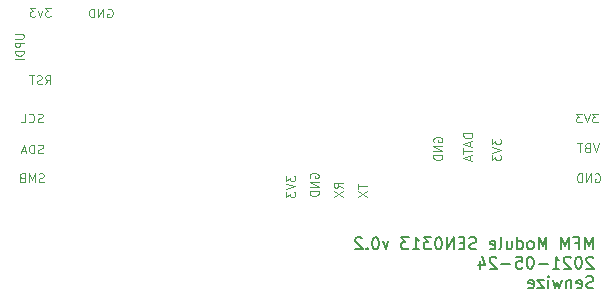
<source format=gbr>
%TF.GenerationSoftware,KiCad,Pcbnew,(5.1.9-0-10_14)*%
%TF.CreationDate,2021-05-24T21:49:32+02:00*%
%TF.ProjectId,MFM-Module-SEN0313,4d464d2d-4d6f-4647-956c-652d53454e30,rev?*%
%TF.SameCoordinates,PX82714f8PY6141b48*%
%TF.FileFunction,Legend,Bot*%
%TF.FilePolarity,Positive*%
%FSLAX46Y46*%
G04 Gerber Fmt 4.6, Leading zero omitted, Abs format (unit mm)*
G04 Created by KiCad (PCBNEW (5.1.9-0-10_14)) date 2021-05-24 21:49:32*
%MOMM*%
%LPD*%
G01*
G04 APERTURE LIST*
%ADD10C,0.100000*%
%ADD11C,0.150000*%
G04 APERTURE END LIST*
D10*
X40546785Y13332286D02*
X40546785Y12868000D01*
X40832500Y13118000D01*
X40832500Y13010858D01*
X40868214Y12939429D01*
X40903928Y12903715D01*
X40975357Y12868000D01*
X41153928Y12868000D01*
X41225357Y12903715D01*
X41261071Y12939429D01*
X41296785Y13010858D01*
X41296785Y13225143D01*
X41261071Y13296572D01*
X41225357Y13332286D01*
X40546785Y12653715D02*
X41296785Y12403715D01*
X40546785Y12153715D01*
X40546785Y11975143D02*
X40546785Y11510858D01*
X40832500Y11760858D01*
X40832500Y11653715D01*
X40868214Y11582286D01*
X40903928Y11546572D01*
X40975357Y11510858D01*
X41153928Y11510858D01*
X41225357Y11546572D01*
X41261071Y11582286D01*
X41296785Y11653715D01*
X41296785Y11868000D01*
X41261071Y11939429D01*
X41225357Y11975143D01*
X38883785Y13796572D02*
X38133785Y13796572D01*
X38133785Y13618000D01*
X38169500Y13510858D01*
X38240928Y13439429D01*
X38312357Y13403715D01*
X38455214Y13368000D01*
X38562357Y13368000D01*
X38705214Y13403715D01*
X38776642Y13439429D01*
X38848071Y13510858D01*
X38883785Y13618000D01*
X38883785Y13796572D01*
X38669500Y13082286D02*
X38669500Y12725143D01*
X38883785Y13153715D02*
X38133785Y12903715D01*
X38883785Y12653715D01*
X38133785Y12510858D02*
X38133785Y12082286D01*
X38883785Y12296572D02*
X38133785Y12296572D01*
X38669500Y11868000D02*
X38669500Y11510858D01*
X38883785Y11939429D02*
X38133785Y11689429D01*
X38883785Y11439429D01*
X35629500Y13082286D02*
X35593785Y13153715D01*
X35593785Y13260858D01*
X35629500Y13368000D01*
X35700928Y13439429D01*
X35772357Y13475143D01*
X35915214Y13510858D01*
X36022357Y13510858D01*
X36165214Y13475143D01*
X36236642Y13439429D01*
X36308071Y13368000D01*
X36343785Y13260858D01*
X36343785Y13189429D01*
X36308071Y13082286D01*
X36272357Y13046572D01*
X36022357Y13046572D01*
X36022357Y13189429D01*
X36343785Y12725143D02*
X35593785Y12725143D01*
X36343785Y12296572D01*
X35593785Y12296572D01*
X36343785Y11939429D02*
X35593785Y11939429D01*
X35593785Y11760858D01*
X35629500Y11653715D01*
X35700928Y11582286D01*
X35772357Y11546572D01*
X35915214Y11510858D01*
X36022357Y11510858D01*
X36165214Y11546572D01*
X36236642Y11582286D01*
X36308071Y11653715D01*
X36343785Y11760858D01*
X36343785Y11939429D01*
X29180285Y9534286D02*
X29180285Y9105715D01*
X29930285Y9320000D02*
X29180285Y9320000D01*
X29180285Y8927143D02*
X29930285Y8427143D01*
X29180285Y8427143D02*
X29930285Y8927143D01*
X27898285Y9177143D02*
X27541142Y9427143D01*
X27898285Y9605715D02*
X27148285Y9605715D01*
X27148285Y9320000D01*
X27184000Y9248572D01*
X27219714Y9212858D01*
X27291142Y9177143D01*
X27398285Y9177143D01*
X27469714Y9212858D01*
X27505428Y9248572D01*
X27541142Y9320000D01*
X27541142Y9605715D01*
X27148285Y8927143D02*
X27898285Y8427143D01*
X27148285Y8427143D02*
X27898285Y8927143D01*
X25152000Y10034286D02*
X25116285Y10105715D01*
X25116285Y10212858D01*
X25152000Y10320000D01*
X25223428Y10391429D01*
X25294857Y10427143D01*
X25437714Y10462858D01*
X25544857Y10462858D01*
X25687714Y10427143D01*
X25759142Y10391429D01*
X25830571Y10320000D01*
X25866285Y10212858D01*
X25866285Y10141429D01*
X25830571Y10034286D01*
X25794857Y9998572D01*
X25544857Y9998572D01*
X25544857Y10141429D01*
X25866285Y9677143D02*
X25116285Y9677143D01*
X25866285Y9248572D01*
X25116285Y9248572D01*
X25866285Y8891429D02*
X25116285Y8891429D01*
X25116285Y8712858D01*
X25152000Y8605715D01*
X25223428Y8534286D01*
X25294857Y8498572D01*
X25437714Y8462858D01*
X25544857Y8462858D01*
X25687714Y8498572D01*
X25759142Y8534286D01*
X25830571Y8605715D01*
X25866285Y8712858D01*
X25866285Y8891429D01*
X23147785Y10220786D02*
X23147785Y9756500D01*
X23433500Y10006500D01*
X23433500Y9899358D01*
X23469214Y9827929D01*
X23504928Y9792215D01*
X23576357Y9756500D01*
X23754928Y9756500D01*
X23826357Y9792215D01*
X23862071Y9827929D01*
X23897785Y9899358D01*
X23897785Y10113643D01*
X23862071Y10185072D01*
X23826357Y10220786D01*
X23147785Y9542215D02*
X23897785Y9292215D01*
X23147785Y9042215D01*
X23147785Y8863643D02*
X23147785Y8399358D01*
X23433500Y8649358D01*
X23433500Y8542215D01*
X23469214Y8470786D01*
X23504928Y8435072D01*
X23576357Y8399358D01*
X23754928Y8399358D01*
X23826357Y8435072D01*
X23862071Y8470786D01*
X23897785Y8542215D01*
X23897785Y8756500D01*
X23862071Y8827929D01*
X23826357Y8863643D01*
X188166Y22212167D02*
X754833Y22212167D01*
X821500Y22178834D01*
X854833Y22145500D01*
X888166Y22078834D01*
X888166Y21945500D01*
X854833Y21878834D01*
X821500Y21845500D01*
X754833Y21812167D01*
X188166Y21812167D01*
X888166Y21478834D02*
X188166Y21478834D01*
X188166Y21212167D01*
X221500Y21145500D01*
X254833Y21112167D01*
X321500Y21078834D01*
X421500Y21078834D01*
X488166Y21112167D01*
X521500Y21145500D01*
X554833Y21212167D01*
X554833Y21478834D01*
X888166Y20778834D02*
X188166Y20778834D01*
X188166Y20612167D01*
X221500Y20512167D01*
X288166Y20445500D01*
X354833Y20412167D01*
X488166Y20378834D01*
X588166Y20378834D01*
X721500Y20412167D01*
X788166Y20445500D01*
X854833Y20512167D01*
X888166Y20612167D01*
X888166Y20778834D01*
X888166Y20078834D02*
X188166Y20078834D01*
X2731714Y17941715D02*
X2981714Y18298858D01*
X3160285Y17941715D02*
X3160285Y18691715D01*
X2874571Y18691715D01*
X2803142Y18656000D01*
X2767428Y18620286D01*
X2731714Y18548858D01*
X2731714Y18441715D01*
X2767428Y18370286D01*
X2803142Y18334572D01*
X2874571Y18298858D01*
X3160285Y18298858D01*
X2446000Y17977429D02*
X2338857Y17941715D01*
X2160285Y17941715D01*
X2088857Y17977429D01*
X2053142Y18013143D01*
X2017428Y18084572D01*
X2017428Y18156000D01*
X2053142Y18227429D01*
X2088857Y18263143D01*
X2160285Y18298858D01*
X2303142Y18334572D01*
X2374571Y18370286D01*
X2410285Y18406000D01*
X2446000Y18477429D01*
X2446000Y18548858D01*
X2410285Y18620286D01*
X2374571Y18656000D01*
X2303142Y18691715D01*
X2124571Y18691715D01*
X2017428Y18656000D01*
X1803142Y18691715D02*
X1374571Y18691715D01*
X1588857Y17941715D02*
X1588857Y18691715D01*
X8000928Y24314500D02*
X8072357Y24350215D01*
X8179500Y24350215D01*
X8286642Y24314500D01*
X8358071Y24243072D01*
X8393785Y24171643D01*
X8429500Y24028786D01*
X8429500Y23921643D01*
X8393785Y23778786D01*
X8358071Y23707358D01*
X8286642Y23635929D01*
X8179500Y23600215D01*
X8108071Y23600215D01*
X8000928Y23635929D01*
X7965214Y23671643D01*
X7965214Y23921643D01*
X8108071Y23921643D01*
X7643785Y23600215D02*
X7643785Y24350215D01*
X7215214Y23600215D01*
X7215214Y24350215D01*
X6858071Y23600215D02*
X6858071Y24350215D01*
X6679500Y24350215D01*
X6572357Y24314500D01*
X6500928Y24243072D01*
X6465214Y24171643D01*
X6429500Y24028786D01*
X6429500Y23921643D01*
X6465214Y23778786D01*
X6500928Y23707358D01*
X6572357Y23635929D01*
X6679500Y23600215D01*
X6858071Y23600215D01*
X3178857Y24413715D02*
X2714571Y24413715D01*
X2964571Y24128000D01*
X2857428Y24128000D01*
X2786000Y24092286D01*
X2750285Y24056572D01*
X2714571Y23985143D01*
X2714571Y23806572D01*
X2750285Y23735143D01*
X2786000Y23699429D01*
X2857428Y23663715D01*
X3071714Y23663715D01*
X3143142Y23699429D01*
X3178857Y23735143D01*
X2464571Y24163715D02*
X2286000Y23663715D01*
X2107428Y24163715D01*
X1893142Y24413715D02*
X1428857Y24413715D01*
X1678857Y24128000D01*
X1571714Y24128000D01*
X1500285Y24092286D01*
X1464571Y24056572D01*
X1428857Y23985143D01*
X1428857Y23806572D01*
X1464571Y23735143D01*
X1500285Y23699429D01*
X1571714Y23663715D01*
X1786000Y23663715D01*
X1857428Y23699429D01*
X1893142Y23735143D01*
X49499571Y15460215D02*
X49035285Y15460215D01*
X49285285Y15174500D01*
X49178142Y15174500D01*
X49106714Y15138786D01*
X49071000Y15103072D01*
X49035285Y15031643D01*
X49035285Y14853072D01*
X49071000Y14781643D01*
X49106714Y14745929D01*
X49178142Y14710215D01*
X49392428Y14710215D01*
X49463857Y14745929D01*
X49499571Y14781643D01*
X48821000Y15460215D02*
X48571000Y14710215D01*
X48321000Y15460215D01*
X48142428Y15460215D02*
X47678142Y15460215D01*
X47928142Y15174500D01*
X47821000Y15174500D01*
X47749571Y15138786D01*
X47713857Y15103072D01*
X47678142Y15031643D01*
X47678142Y14853072D01*
X47713857Y14781643D01*
X47749571Y14745929D01*
X47821000Y14710215D01*
X48035285Y14710215D01*
X48106714Y14745929D01*
X48142428Y14781643D01*
X49581714Y12941715D02*
X49331714Y12191715D01*
X49081714Y12941715D01*
X48581714Y12584572D02*
X48474571Y12548858D01*
X48438857Y12513143D01*
X48403142Y12441715D01*
X48403142Y12334572D01*
X48438857Y12263143D01*
X48474571Y12227429D01*
X48546000Y12191715D01*
X48831714Y12191715D01*
X48831714Y12941715D01*
X48581714Y12941715D01*
X48510285Y12906000D01*
X48474571Y12870286D01*
X48438857Y12798858D01*
X48438857Y12727429D01*
X48474571Y12656000D01*
X48510285Y12620286D01*
X48581714Y12584572D01*
X48831714Y12584572D01*
X48188857Y12941715D02*
X47760285Y12941715D01*
X47974571Y12191715D02*
X47974571Y12941715D01*
X49292428Y10356000D02*
X49363857Y10391715D01*
X49471000Y10391715D01*
X49578142Y10356000D01*
X49649571Y10284572D01*
X49685285Y10213143D01*
X49721000Y10070286D01*
X49721000Y9963143D01*
X49685285Y9820286D01*
X49649571Y9748858D01*
X49578142Y9677429D01*
X49471000Y9641715D01*
X49399571Y9641715D01*
X49292428Y9677429D01*
X49256714Y9713143D01*
X49256714Y9963143D01*
X49399571Y9963143D01*
X48935285Y9641715D02*
X48935285Y10391715D01*
X48506714Y9641715D01*
X48506714Y10391715D01*
X48149571Y9641715D02*
X48149571Y10391715D01*
X47971000Y10391715D01*
X47863857Y10356000D01*
X47792428Y10284572D01*
X47756714Y10213143D01*
X47721000Y10070286D01*
X47721000Y9963143D01*
X47756714Y9820286D01*
X47792428Y9748858D01*
X47863857Y9677429D01*
X47971000Y9641715D01*
X48149571Y9641715D01*
X2513857Y14745929D02*
X2406714Y14710215D01*
X2228142Y14710215D01*
X2156714Y14745929D01*
X2121000Y14781643D01*
X2085285Y14853072D01*
X2085285Y14924500D01*
X2121000Y14995929D01*
X2156714Y15031643D01*
X2228142Y15067358D01*
X2371000Y15103072D01*
X2442428Y15138786D01*
X2478142Y15174500D01*
X2513857Y15245929D01*
X2513857Y15317358D01*
X2478142Y15388786D01*
X2442428Y15424500D01*
X2371000Y15460215D01*
X2192428Y15460215D01*
X2085285Y15424500D01*
X1335285Y14781643D02*
X1371000Y14745929D01*
X1478142Y14710215D01*
X1549571Y14710215D01*
X1656714Y14745929D01*
X1728142Y14817358D01*
X1763857Y14888786D01*
X1799571Y15031643D01*
X1799571Y15138786D01*
X1763857Y15281643D01*
X1728142Y15353072D01*
X1656714Y15424500D01*
X1549571Y15460215D01*
X1478142Y15460215D01*
X1371000Y15424500D01*
X1335285Y15388786D01*
X656714Y14710215D02*
X1013857Y14710215D01*
X1013857Y15460215D01*
X2531714Y12127429D02*
X2424571Y12091715D01*
X2246000Y12091715D01*
X2174571Y12127429D01*
X2138857Y12163143D01*
X2103142Y12234572D01*
X2103142Y12306000D01*
X2138857Y12377429D01*
X2174571Y12413143D01*
X2246000Y12448858D01*
X2388857Y12484572D01*
X2460285Y12520286D01*
X2496000Y12556000D01*
X2531714Y12627429D01*
X2531714Y12698858D01*
X2496000Y12770286D01*
X2460285Y12806000D01*
X2388857Y12841715D01*
X2210285Y12841715D01*
X2103142Y12806000D01*
X1781714Y12091715D02*
X1781714Y12841715D01*
X1603142Y12841715D01*
X1496000Y12806000D01*
X1424571Y12734572D01*
X1388857Y12663143D01*
X1353142Y12520286D01*
X1353142Y12413143D01*
X1388857Y12270286D01*
X1424571Y12198858D01*
X1496000Y12127429D01*
X1603142Y12091715D01*
X1781714Y12091715D01*
X1067428Y12306000D02*
X710285Y12306000D01*
X1138857Y12091715D02*
X888857Y12841715D01*
X638857Y12091715D01*
X2588857Y9677429D02*
X2481714Y9641715D01*
X2303142Y9641715D01*
X2231714Y9677429D01*
X2196000Y9713143D01*
X2160285Y9784572D01*
X2160285Y9856000D01*
X2196000Y9927429D01*
X2231714Y9963143D01*
X2303142Y9998858D01*
X2446000Y10034572D01*
X2517428Y10070286D01*
X2553142Y10106000D01*
X2588857Y10177429D01*
X2588857Y10248858D01*
X2553142Y10320286D01*
X2517428Y10356000D01*
X2446000Y10391715D01*
X2267428Y10391715D01*
X2160285Y10356000D01*
X1838857Y9641715D02*
X1838857Y10391715D01*
X1588857Y9856000D01*
X1338857Y10391715D01*
X1338857Y9641715D01*
X731714Y10034572D02*
X624571Y9998858D01*
X588857Y9963143D01*
X553142Y9891715D01*
X553142Y9784572D01*
X588857Y9713143D01*
X624571Y9677429D01*
X696000Y9641715D01*
X981714Y9641715D01*
X981714Y10391715D01*
X731714Y10391715D01*
X660285Y10356000D01*
X624571Y10320286D01*
X588857Y10248858D01*
X588857Y10177429D01*
X624571Y10106000D01*
X660285Y10070286D01*
X731714Y10034572D01*
X981714Y10034572D01*
D11*
X49067404Y3991620D02*
X49067404Y4991620D01*
X48734071Y4277334D01*
X48400738Y4991620D01*
X48400738Y3991620D01*
X47591214Y4515429D02*
X47924547Y4515429D01*
X47924547Y3991620D02*
X47924547Y4991620D01*
X47448357Y4991620D01*
X47067404Y3991620D02*
X47067404Y4991620D01*
X46734071Y4277334D01*
X46400738Y4991620D01*
X46400738Y3991620D01*
X45162642Y3991620D02*
X45162642Y4991620D01*
X44829309Y4277334D01*
X44495976Y4991620D01*
X44495976Y3991620D01*
X43876928Y3991620D02*
X43972166Y4039239D01*
X44019785Y4086858D01*
X44067404Y4182096D01*
X44067404Y4467810D01*
X44019785Y4563048D01*
X43972166Y4610667D01*
X43876928Y4658286D01*
X43734071Y4658286D01*
X43638833Y4610667D01*
X43591214Y4563048D01*
X43543595Y4467810D01*
X43543595Y4182096D01*
X43591214Y4086858D01*
X43638833Y4039239D01*
X43734071Y3991620D01*
X43876928Y3991620D01*
X42686452Y3991620D02*
X42686452Y4991620D01*
X42686452Y4039239D02*
X42781690Y3991620D01*
X42972166Y3991620D01*
X43067404Y4039239D01*
X43115023Y4086858D01*
X43162642Y4182096D01*
X43162642Y4467810D01*
X43115023Y4563048D01*
X43067404Y4610667D01*
X42972166Y4658286D01*
X42781690Y4658286D01*
X42686452Y4610667D01*
X41781690Y4658286D02*
X41781690Y3991620D01*
X42210261Y4658286D02*
X42210261Y4134477D01*
X42162642Y4039239D01*
X42067404Y3991620D01*
X41924547Y3991620D01*
X41829309Y4039239D01*
X41781690Y4086858D01*
X41162642Y3991620D02*
X41257880Y4039239D01*
X41305500Y4134477D01*
X41305500Y4991620D01*
X40400738Y4039239D02*
X40495976Y3991620D01*
X40686452Y3991620D01*
X40781690Y4039239D01*
X40829309Y4134477D01*
X40829309Y4515429D01*
X40781690Y4610667D01*
X40686452Y4658286D01*
X40495976Y4658286D01*
X40400738Y4610667D01*
X40353119Y4515429D01*
X40353119Y4420191D01*
X40829309Y4324953D01*
X39210261Y4039239D02*
X39067404Y3991620D01*
X38829309Y3991620D01*
X38734071Y4039239D01*
X38686452Y4086858D01*
X38638833Y4182096D01*
X38638833Y4277334D01*
X38686452Y4372572D01*
X38734071Y4420191D01*
X38829309Y4467810D01*
X39019785Y4515429D01*
X39115023Y4563048D01*
X39162642Y4610667D01*
X39210261Y4705905D01*
X39210261Y4801143D01*
X39162642Y4896381D01*
X39115023Y4944000D01*
X39019785Y4991620D01*
X38781690Y4991620D01*
X38638833Y4944000D01*
X38210261Y4515429D02*
X37876928Y4515429D01*
X37734071Y3991620D02*
X38210261Y3991620D01*
X38210261Y4991620D01*
X37734071Y4991620D01*
X37305500Y3991620D02*
X37305500Y4991620D01*
X36734071Y3991620D01*
X36734071Y4991620D01*
X36067404Y4991620D02*
X35972166Y4991620D01*
X35876928Y4944000D01*
X35829309Y4896381D01*
X35781690Y4801143D01*
X35734071Y4610667D01*
X35734071Y4372572D01*
X35781690Y4182096D01*
X35829309Y4086858D01*
X35876928Y4039239D01*
X35972166Y3991620D01*
X36067404Y3991620D01*
X36162642Y4039239D01*
X36210261Y4086858D01*
X36257880Y4182096D01*
X36305500Y4372572D01*
X36305500Y4610667D01*
X36257880Y4801143D01*
X36210261Y4896381D01*
X36162642Y4944000D01*
X36067404Y4991620D01*
X35400738Y4991620D02*
X34781690Y4991620D01*
X35115023Y4610667D01*
X34972166Y4610667D01*
X34876928Y4563048D01*
X34829309Y4515429D01*
X34781690Y4420191D01*
X34781690Y4182096D01*
X34829309Y4086858D01*
X34876928Y4039239D01*
X34972166Y3991620D01*
X35257880Y3991620D01*
X35353119Y4039239D01*
X35400738Y4086858D01*
X33829309Y3991620D02*
X34400738Y3991620D01*
X34115023Y3991620D02*
X34115023Y4991620D01*
X34210261Y4848762D01*
X34305500Y4753524D01*
X34400738Y4705905D01*
X33495976Y4991620D02*
X32876928Y4991620D01*
X33210261Y4610667D01*
X33067404Y4610667D01*
X32972166Y4563048D01*
X32924547Y4515429D01*
X32876928Y4420191D01*
X32876928Y4182096D01*
X32924547Y4086858D01*
X32972166Y4039239D01*
X33067404Y3991620D01*
X33353119Y3991620D01*
X33448357Y4039239D01*
X33495976Y4086858D01*
X31781690Y4658286D02*
X31543595Y3991620D01*
X31305500Y4658286D01*
X30734071Y4991620D02*
X30638833Y4991620D01*
X30543595Y4944000D01*
X30495976Y4896381D01*
X30448357Y4801143D01*
X30400738Y4610667D01*
X30400738Y4372572D01*
X30448357Y4182096D01*
X30495976Y4086858D01*
X30543595Y4039239D01*
X30638833Y3991620D01*
X30734071Y3991620D01*
X30829309Y4039239D01*
X30876928Y4086858D01*
X30924547Y4182096D01*
X30972166Y4372572D01*
X30972166Y4610667D01*
X30924547Y4801143D01*
X30876928Y4896381D01*
X30829309Y4944000D01*
X30734071Y4991620D01*
X29972166Y4086858D02*
X29924547Y4039239D01*
X29972166Y3991620D01*
X30019785Y4039239D01*
X29972166Y4086858D01*
X29972166Y3991620D01*
X29543595Y4896381D02*
X29495976Y4944000D01*
X29400738Y4991620D01*
X29162642Y4991620D01*
X29067404Y4944000D01*
X29019785Y4896381D01*
X28972166Y4801143D01*
X28972166Y4705905D01*
X29019785Y4563048D01*
X29591214Y3991620D01*
X28972166Y3991620D01*
X49115023Y3246381D02*
X49067404Y3294000D01*
X48972166Y3341620D01*
X48734071Y3341620D01*
X48638833Y3294000D01*
X48591214Y3246381D01*
X48543595Y3151143D01*
X48543595Y3055905D01*
X48591214Y2913048D01*
X49162642Y2341620D01*
X48543595Y2341620D01*
X47924547Y3341620D02*
X47829309Y3341620D01*
X47734071Y3294000D01*
X47686452Y3246381D01*
X47638833Y3151143D01*
X47591214Y2960667D01*
X47591214Y2722572D01*
X47638833Y2532096D01*
X47686452Y2436858D01*
X47734071Y2389239D01*
X47829309Y2341620D01*
X47924547Y2341620D01*
X48019785Y2389239D01*
X48067404Y2436858D01*
X48115023Y2532096D01*
X48162642Y2722572D01*
X48162642Y2960667D01*
X48115023Y3151143D01*
X48067404Y3246381D01*
X48019785Y3294000D01*
X47924547Y3341620D01*
X47210261Y3246381D02*
X47162642Y3294000D01*
X47067404Y3341620D01*
X46829309Y3341620D01*
X46734071Y3294000D01*
X46686452Y3246381D01*
X46638833Y3151143D01*
X46638833Y3055905D01*
X46686452Y2913048D01*
X47257880Y2341620D01*
X46638833Y2341620D01*
X45686452Y2341620D02*
X46257880Y2341620D01*
X45972166Y2341620D02*
X45972166Y3341620D01*
X46067404Y3198762D01*
X46162642Y3103524D01*
X46257880Y3055905D01*
X45257880Y2722572D02*
X44495976Y2722572D01*
X43829309Y3341620D02*
X43734071Y3341620D01*
X43638833Y3294000D01*
X43591214Y3246381D01*
X43543595Y3151143D01*
X43495976Y2960667D01*
X43495976Y2722572D01*
X43543595Y2532096D01*
X43591214Y2436858D01*
X43638833Y2389239D01*
X43734071Y2341620D01*
X43829309Y2341620D01*
X43924547Y2389239D01*
X43972166Y2436858D01*
X44019785Y2532096D01*
X44067404Y2722572D01*
X44067404Y2960667D01*
X44019785Y3151143D01*
X43972166Y3246381D01*
X43924547Y3294000D01*
X43829309Y3341620D01*
X42591214Y3341620D02*
X43067404Y3341620D01*
X43115023Y2865429D01*
X43067404Y2913048D01*
X42972166Y2960667D01*
X42734071Y2960667D01*
X42638833Y2913048D01*
X42591214Y2865429D01*
X42543595Y2770191D01*
X42543595Y2532096D01*
X42591214Y2436858D01*
X42638833Y2389239D01*
X42734071Y2341620D01*
X42972166Y2341620D01*
X43067404Y2389239D01*
X43115023Y2436858D01*
X42115023Y2722572D02*
X41353119Y2722572D01*
X40924547Y3246381D02*
X40876928Y3294000D01*
X40781690Y3341620D01*
X40543595Y3341620D01*
X40448357Y3294000D01*
X40400738Y3246381D01*
X40353119Y3151143D01*
X40353119Y3055905D01*
X40400738Y2913048D01*
X40972166Y2341620D01*
X40353119Y2341620D01*
X39495976Y3008286D02*
X39495976Y2341620D01*
X39734071Y3389239D02*
X39972166Y2674953D01*
X39353119Y2674953D01*
X49115023Y739239D02*
X48972166Y691620D01*
X48734071Y691620D01*
X48638833Y739239D01*
X48591214Y786858D01*
X48543595Y882096D01*
X48543595Y977334D01*
X48591214Y1072572D01*
X48638833Y1120191D01*
X48734071Y1167810D01*
X48924547Y1215429D01*
X49019785Y1263048D01*
X49067404Y1310667D01*
X49115023Y1405905D01*
X49115023Y1501143D01*
X49067404Y1596381D01*
X49019785Y1644000D01*
X48924547Y1691620D01*
X48686452Y1691620D01*
X48543595Y1644000D01*
X47734071Y739239D02*
X47829309Y691620D01*
X48019785Y691620D01*
X48115023Y739239D01*
X48162642Y834477D01*
X48162642Y1215429D01*
X48115023Y1310667D01*
X48019785Y1358286D01*
X47829309Y1358286D01*
X47734071Y1310667D01*
X47686452Y1215429D01*
X47686452Y1120191D01*
X48162642Y1024953D01*
X47257880Y1358286D02*
X47257880Y691620D01*
X47257880Y1263048D02*
X47210261Y1310667D01*
X47115023Y1358286D01*
X46972166Y1358286D01*
X46876928Y1310667D01*
X46829309Y1215429D01*
X46829309Y691620D01*
X46448357Y1358286D02*
X46257880Y691620D01*
X46067404Y1167810D01*
X45876928Y691620D01*
X45686452Y1358286D01*
X45305500Y691620D02*
X45305500Y1358286D01*
X45305500Y1691620D02*
X45353119Y1644000D01*
X45305500Y1596381D01*
X45257880Y1644000D01*
X45305500Y1691620D01*
X45305500Y1596381D01*
X44924547Y1358286D02*
X44400738Y1358286D01*
X44924547Y691620D01*
X44400738Y691620D01*
X43638833Y739239D02*
X43734071Y691620D01*
X43924547Y691620D01*
X44019785Y739239D01*
X44067404Y834477D01*
X44067404Y1215429D01*
X44019785Y1310667D01*
X43924547Y1358286D01*
X43734071Y1358286D01*
X43638833Y1310667D01*
X43591214Y1215429D01*
X43591214Y1120191D01*
X44067404Y1024953D01*
M02*

</source>
